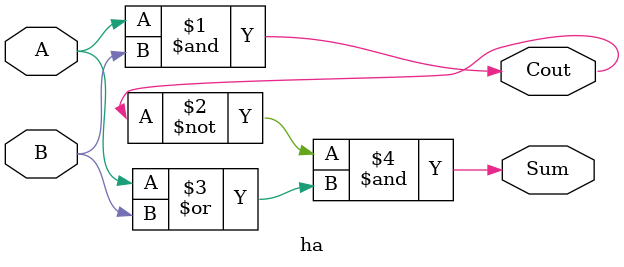
<source format=sv>
module ha (Cout, Sum, A, B);

   input logic  A;
   input logic  B;

   output logic Cout;
   output logic Sum;

   assign Cout = A & B;   

   assign Sum = (~(Cout)) & (A | B);
   //test

endmodule // ha


</source>
